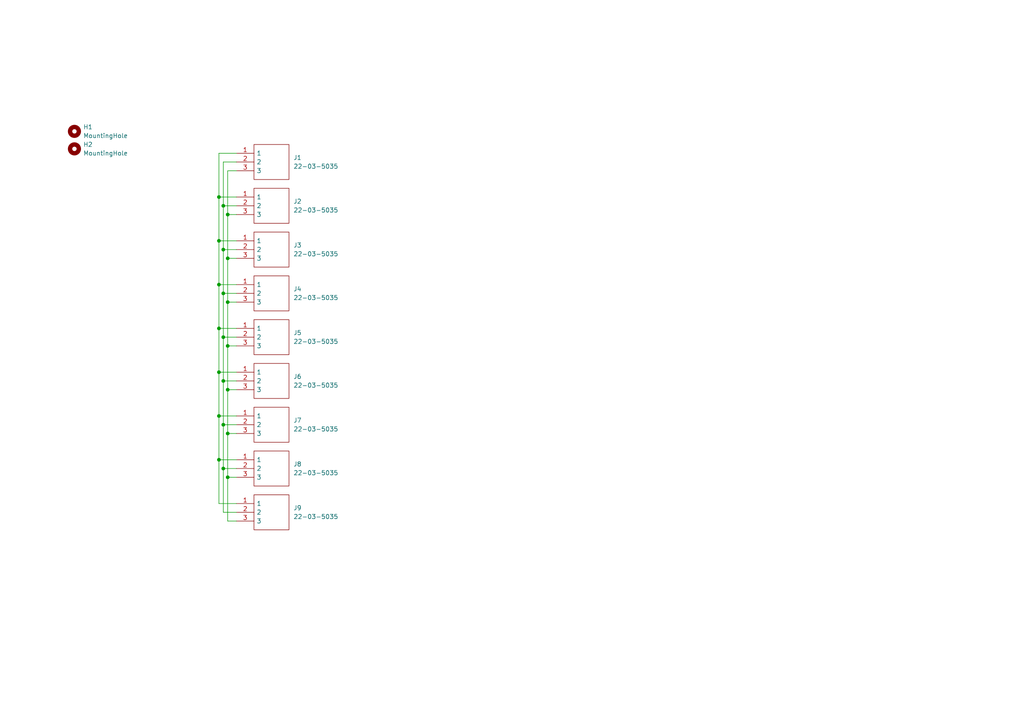
<source format=kicad_sch>
(kicad_sch (version 20230121) (generator eeschema)
  (paper "A4")
  (lib_symbols
    (symbol "Mechanical:MountingHole" (pin_names (offset 1.016))
      (property "Reference" "H" (at 0 5.08 0))
      (property "Value" "MountingHole" (at 0 3.175 0))
      (symbol "MountingHole_0_1"
        (circle (center 0 0) (radius 1.27) (stroke (width 1.27)))
      )
    )
    (symbol "MiAM:22-03-5035" (pin_names (offset 0.762))
      (property "Reference" "J" (at 16.51 7.62 0))
      (property "Value" "22-03-5035" (at 16.51 5.08 0))
      (symbol "22-03-5035_0_0"
        (pin passive line (at 0 0 0) (length 5.08) (name "1") (number "1"))
        (pin passive line (at 0 -2.54 0) (length 5.08) (name "2") (number "2"))
        (pin passive line (at 0 -5.08 0) (length 5.08) (name "3") (number "3"))
      )
      (symbol "22-03-5035_0_1"
        (polyline (pts (xy 5.08 2.54) (xy 15.24 2.54) (xy 15.24 -7.62) (xy 5.08 -7.62) (xy 5.08 2.54)) (stroke (width 0.1524)))
      )
    )
  )
  (junction (at 66.04 74.93))
  (junction (at 66.04 62.23))
  (junction (at 64.77 85.09))
  (junction (at 66.04 87.63))
  (junction (at 63.5 107.95))
  (junction (at 64.77 123.19))
  (junction (at 64.77 110.49))
  (junction (at 64.77 59.69))
  (junction (at 64.77 72.39))
  (junction (at 63.5 95.25))
  (junction (at 66.04 113.03))
  (junction (at 63.5 133.35))
  (junction (at 64.77 135.89))
  (junction (at 66.04 138.43))
  (junction (at 63.5 69.85))
  (junction (at 64.77 97.79))
  (junction (at 66.04 125.73))
  (junction (at 63.5 120.65))
  (junction (at 66.04 100.33))
  (junction (at 63.5 57.15))
  (junction (at 63.5 82.55))
  (wire (pts (xy 68.58 110.49) (xy 64.77 110.49)))
  (wire (pts (xy 63.5 95.25) (xy 63.5 107.95)))
  (wire (pts (xy 63.5 120.65) (xy 63.5 133.35)))
  (wire (pts (xy 64.77 135.89) (xy 64.77 123.19)))
  (wire (pts (xy 63.5 57.15) (xy 68.58 57.15)))
  (wire (pts (xy 64.77 110.49) (xy 64.77 97.79)))
  (wire (pts (xy 66.04 62.23) (xy 66.04 74.93)))
  (wire (pts (xy 64.77 123.19) (xy 68.58 123.19)))
  (wire (pts (xy 66.04 125.73) (xy 68.58 125.73)))
  (wire (pts (xy 66.04 138.43) (xy 68.58 138.43)))
  (wire (pts (xy 66.04 74.93) (xy 68.58 74.93)))
  (wire (pts (xy 63.5 44.45) (xy 63.5 57.15)))
  (wire (pts (xy 64.77 123.19) (xy 64.77 110.49)))
  (wire (pts (xy 63.5 146.05) (xy 68.58 146.05)))
  (wire (pts (xy 64.77 85.09) (xy 68.58 85.09)))
  (wire (pts (xy 64.77 46.99) (xy 68.58 46.99)))
  (wire (pts (xy 68.58 135.89) (xy 64.77 135.89)))
  (wire (pts (xy 63.5 120.65) (xy 68.58 120.65)))
  (wire (pts (xy 63.5 133.35) (xy 63.5 146.05)))
  (wire (pts (xy 63.5 82.55) (xy 63.5 95.25)))
  (wire (pts (xy 68.58 72.39) (xy 64.77 72.39)))
  (wire (pts (xy 63.5 133.35) (xy 68.58 133.35)))
  (wire (pts (xy 63.5 107.95) (xy 63.5 120.65)))
  (wire (pts (xy 66.04 87.63) (xy 66.04 100.33)))
  (wire (pts (xy 66.04 62.23) (xy 68.58 62.23)))
  (wire (pts (xy 66.04 74.93) (xy 66.04 87.63)))
  (wire (pts (xy 66.04 100.33) (xy 68.58 100.33)))
  (wire (pts (xy 63.5 57.15) (xy 63.5 69.85)))
  (wire (pts (xy 66.04 49.53) (xy 66.04 62.23)))
  (wire (pts (xy 63.5 69.85) (xy 63.5 82.55)))
  (wire (pts (xy 68.58 44.45) (xy 63.5 44.45)))
  (wire (pts (xy 64.77 85.09) (xy 64.77 72.39)))
  (wire (pts (xy 68.58 148.59) (xy 64.77 148.59)))
  (wire (pts (xy 63.5 69.85) (xy 68.58 69.85)))
  (wire (pts (xy 66.04 113.03) (xy 68.58 113.03)))
  (wire (pts (xy 66.04 113.03) (xy 66.04 125.73)))
  (wire (pts (xy 66.04 151.13) (xy 68.58 151.13)))
  (wire (pts (xy 66.04 100.33) (xy 66.04 113.03)))
  (wire (pts (xy 63.5 82.55) (xy 68.58 82.55)))
  (wire (pts (xy 64.77 59.69) (xy 64.77 46.99)))
  (wire (pts (xy 66.04 138.43) (xy 66.04 151.13)))
  (wire (pts (xy 64.77 59.69) (xy 68.58 59.69)))
  (wire (pts (xy 63.5 107.95) (xy 68.58 107.95)))
  (wire (pts (xy 66.04 87.63) (xy 68.58 87.63)))
  (wire (pts (xy 64.77 72.39) (xy 64.77 59.69)))
  (wire (pts (xy 64.77 97.79) (xy 64.77 85.09)))
  (wire (pts (xy 64.77 97.79) (xy 68.58 97.79)))
  (wire (pts (xy 66.04 125.73) (xy 66.04 138.43)))
  (wire (pts (xy 64.77 148.59) (xy 64.77 135.89)))
  (wire (pts (xy 68.58 49.53) (xy 66.04 49.53)))
  (wire (pts (xy 63.5 95.25) (xy 68.58 95.25)))
  (symbol (lib_id "MiAM:22-03-5035") (at 68.58 95.25 0) (unit 1)
    (property "Reference" "J5" (at 85.09 96.5199 0) (effects (justify left)))
    (property "Value" "22-03-5035" (at 85.09 99.0599 0) (effects (justify left)))
    (property "Footprint" "MiAM:SHDR3W60P0X250_1X3_990X490X590P" (effects hide))
    (property "Datasheet" "http://www.molex.com/pdm_docs/sd/022035035_sd.pdf" (effects hide))
    (property "Description" "Header 2.5mm SPOX,WTB,vert, shrouded, 3w Molex SPOX Series, Series Number 5267, 2.5mm Pitch 3 Way 1 Row Straight PCB Header, Solder Termination, 3A" (effects hide))
    (property "Height" "5.9" (effects hide))
    (property "Manufacturer_Name" "Molex" (effects hide))
    (property "Manufacturer_Part_Number" "22-03-5035" (effects hide))
    (property "RS Part Number" "    687-8048" (effects hide))
  )
  (symbol (lib_id "MiAM:22-03-5035") (at 68.58 120.65 0) (unit 1)
    (property "Reference" "J7" (at 85.09 121.92 0) (effects (justify left)))
    (property "Value" "22-03-5035" (at 85.09 124.46 0) (effects (justify left)))
    (property "Footprint" "MiAM:SHDR3W60P0X250_1X3_990X490X590P" (effects hide))
    (property "Datasheet" "http://www.molex.com/pdm_docs/sd/022035035_sd.pdf" (effects hide))
    (property "Description" "Header 2.5mm SPOX,WTB,vert, shrouded, 3w Molex SPOX Series, Series Number 5267, 2.5mm Pitch 3 Way 1 Row Straight PCB Header, Solder Termination, 3A" (effects hide))
    (property "Height" "5.9" (effects hide))
    (property "Manufacturer_Name" "Molex" (effects hide))
    (property "Manufacturer_Part_Number" "22-03-5035" (effects hide))
    (property "RS Part Number" "    687-8048" (effects hide))
  )
  (symbol (lib_id "MiAM:22-03-5035") (at 68.58 57.15 0) (unit 1)
    (property "Reference" "J2" (at 85.09 58.4199 0) (effects (justify left)))
    (property "Value" "22-03-5035" (at 85.09 60.9599 0) (effects (justify left)))
    (property "Footprint" "MiAM:SHDR3W60P0X250_1X3_990X490X590P" (effects hide))
    (property "Datasheet" "http://www.molex.com/pdm_docs/sd/022035035_sd.pdf" (effects hide))
    (property "Description" "Header 2.5mm SPOX,WTB,vert, shrouded, 3w Molex SPOX Series, Series Number 5267, 2.5mm Pitch 3 Way 1 Row Straight PCB Header, Solder Termination, 3A" (effects hide))
    (property "Height" "5.9" (effects hide))
    (property "Manufacturer_Name" "Molex" (effects hide))
    (property "Manufacturer_Part_Number" "22-03-5035" (effects hide))
    (property "RS Part Number" "    687-8048" (effects hide))
  )
  (symbol (lib_id "Mechanical:MountingHole") (at 21.59 43.18 0) (unit 1)
    (property "Reference" "H2" (at 24.13 41.91 0) (effects (justify left)))
    (property "Value" "MountingHole" (at 24.13 44.45 0) (effects (justify left)))
    (property "Footprint" "MountingHole:MountingHole_3.2mm_M3" (effects hide))
  )
  (symbol (lib_id "MiAM:22-03-5035") (at 68.58 69.85 0) (unit 1)
    (property "Reference" "J3" (at 85.09 71.1199 0) (effects (justify left)))
    (property "Value" "22-03-5035" (at 85.09 73.6599 0) (effects (justify left)))
    (property "Footprint" "MiAM:SHDR3W60P0X250_1X3_990X490X590P" (effects hide))
    (property "Datasheet" "http://www.molex.com/pdm_docs/sd/022035035_sd.pdf" (effects hide))
    (property "Description" "Header 2.5mm SPOX,WTB,vert, shrouded, 3w Molex SPOX Series, Series Number 5267, 2.5mm Pitch 3 Way 1 Row Straight PCB Header, Solder Termination, 3A" (effects hide))
    (property "Height" "5.9" (effects hide))
    (property "Manufacturer_Name" "Molex" (effects hide))
    (property "Manufacturer_Part_Number" "22-03-5035" (effects hide))
    (property "RS Part Number" "    687-8048" (effects hide))
  )
  (symbol (lib_id "MiAM:22-03-5035") (at 68.58 82.55 0) (unit 1)
    (property "Reference" "J4" (at 85.09 83.8199 0) (effects (justify left)))
    (property "Value" "22-03-5035" (at 85.09 86.3599 0) (effects (justify left)))
    (property "Footprint" "MiAM:SHDR3W60P0X250_1X3_990X490X590P" (effects hide))
    (property "Datasheet" "http://www.molex.com/pdm_docs/sd/022035035_sd.pdf" (effects hide))
    (property "Description" "Header 2.5mm SPOX,WTB,vert, shrouded, 3w Molex SPOX Series, Series Number 5267, 2.5mm Pitch 3 Way 1 Row Straight PCB Header, Solder Termination, 3A" (effects hide))
    (property "Height" "5.9" (effects hide))
    (property "Manufacturer_Name" "Molex" (effects hide))
    (property "Manufacturer_Part_Number" "22-03-5035" (effects hide))
    (property "RS Part Number" "    687-8048" (effects hide))
  )
  (symbol (lib_id "MiAM:22-03-5035") (at 68.58 133.35 0) (unit 1)
    (property "Reference" "J8" (at 85.09 134.62 0) (effects (justify left)))
    (property "Value" "22-03-5035" (at 85.09 137.16 0) (effects (justify left)))
    (property "Footprint" "MiAM:SHDR3W60P0X250_1X3_990X490X590P" (effects hide))
    (property "Datasheet" "http://www.molex.com/pdm_docs/sd/022035035_sd.pdf" (effects hide))
    (property "Description" "Header 2.5mm SPOX,WTB,vert, shrouded, 3w Molex SPOX Series, Series Number 5267, 2.5mm Pitch 3 Way 1 Row Straight PCB Header, Solder Termination, 3A" (effects hide))
    (property "Height" "5.9" (effects hide))
    (property "Manufacturer_Name" "Molex" (effects hide))
    (property "Manufacturer_Part_Number" "22-03-5035" (effects hide))
    (property "RS Part Number" "    687-8048" (effects hide))
  )
  (symbol (lib_id "MiAM:22-03-5035") (at 68.58 146.05 0) (unit 1)
    (property "Reference" "J9" (at 85.09 147.32 0) (effects (justify left)))
    (property "Value" "22-03-5035" (at 85.09 149.86 0) (effects (justify left)))
    (property "Footprint" "MiAM:SHDR3W60P0X250_1X3_990X490X590P" (effects hide))
    (property "Datasheet" "http://www.molex.com/pdm_docs/sd/022035035_sd.pdf" (effects hide))
    (property "Description" "Header 2.5mm SPOX,WTB,vert, shrouded, 3w Molex SPOX Series, Series Number 5267, 2.5mm Pitch 3 Way 1 Row Straight PCB Header, Solder Termination, 3A" (effects hide))
    (property "Height" "5.9" (effects hide))
    (property "Manufacturer_Name" "Molex" (effects hide))
    (property "Manufacturer_Part_Number" "22-03-5035" (effects hide))
    (property "RS Part Number" "    687-8048" (effects hide))
  )
  (symbol (lib_id "MiAM:22-03-5035") (at 68.58 44.45 0) (unit 1)
    (property "Reference" "J1" (at 85.09 45.7199 0) (effects (justify left)))
    (property "Value" "22-03-5035" (at 85.09 48.2599 0) (effects (justify left)))
    (property "Footprint" "MiAM:SHDR3W60P0X250_1X3_990X490X590P" (effects hide))
    (property "Datasheet" "http://www.molex.com/pdm_docs/sd/022035035_sd.pdf" (effects hide))
    (property "Description" "Header 2.5mm SPOX,WTB,vert, shrouded, 3w Molex SPOX Series, Series Number 5267, 2.5mm Pitch 3 Way 1 Row Straight PCB Header, Solder Termination, 3A" (effects hide))
    (property "Height" "5.9" (effects hide))
    (property "Manufacturer_Name" "Molex" (effects hide))
    (property "Manufacturer_Part_Number" "22-03-5035" (effects hide))
    (property "RS Part Number" "    687-8048" (effects hide))
  )
  (symbol (lib_id "MiAM:22-03-5035") (at 68.58 107.95 0) (unit 1)
    (property "Reference" "J6" (at 85.09 109.2199 0) (effects (justify left)))
    (property "Value" "22-03-5035" (at 85.09 111.7599 0) (effects (justify left)))
    (property "Footprint" "MiAM:SHDR3W60P0X250_1X3_990X490X590P" (effects hide))
    (property "Datasheet" "http://www.molex.com/pdm_docs/sd/022035035_sd.pdf" (effects hide))
    (property "Description" "Header 2.5mm SPOX,WTB,vert, shrouded, 3w Molex SPOX Series, Series Number 5267, 2.5mm Pitch 3 Way 1 Row Straight PCB Header, Solder Termination, 3A" (effects hide))
    (property "Height" "5.9" (effects hide))
    (property "Manufacturer_Name" "Molex" (effects hide))
    (property "Manufacturer_Part_Number" "22-03-5035" (effects hide))
    (property "RS Part Number" "    687-8048" (effects hide))
  )
  (symbol (lib_id "Mechanical:MountingHole") (at 21.59 38.1 0) (unit 1)
    (property "Reference" "H1" (at 24.13 36.83 0) (effects (justify left)))
    (property "Value" "MountingHole" (at 24.13 39.37 0) (effects (justify left)))
    (property "Footprint" "MountingHole:MountingHole_3.2mm_M3" (effects hide))
  )
)
</source>
